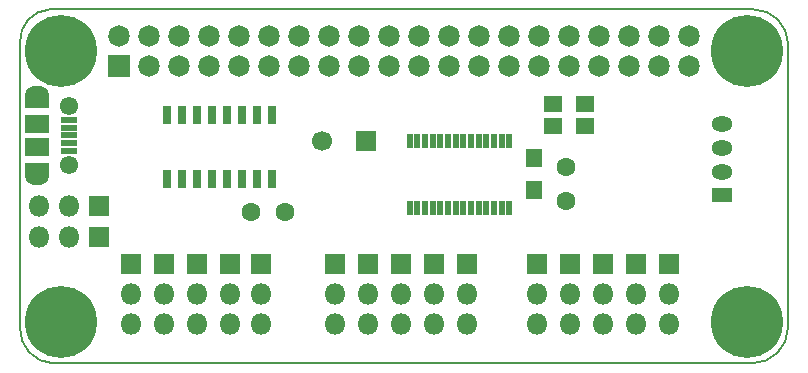
<source format=gts>
%TF.GenerationSoftware,KiCad,Pcbnew,4.0.7*%
%TF.CreationDate,2018-07-08T22:20:33+02:00*%
%TF.ProjectId,Elemental-pHAT,456C656D656E74616C2D704841542E6B,rev?*%
%TF.FileFunction,Soldermask,Top*%
%FSLAX46Y46*%
G04 Gerber Fmt 4.6, Leading zero omitted, Abs format (unit mm)*
G04 Created by KiCad (PCBNEW 4.0.7) date 07/08/18 22:20:33*
%MOMM*%
%LPD*%
G01*
G04 APERTURE LIST*
%ADD10C,0.127000*%
%ADD11C,1.600000*%
%ADD12C,6.100000*%
%ADD13C,2.850000*%
%ADD14R,1.827200X1.827200*%
%ADD15C,1.827200*%
%ADD16R,1.700000X1.700000*%
%ADD17C,1.700000*%
%ADD18R,1.600000X1.400000*%
%ADD19R,1.800000X1.800000*%
%ADD20O,1.800000X1.800000*%
%ADD21R,2.000000X1.600000*%
%ADD22C,1.550000*%
%ADD23R,1.450000X0.500000*%
%ADD24O,2.000000X1.300000*%
%ADD25R,2.000000X1.300000*%
%ADD26R,1.800000X1.300000*%
%ADD27O,1.800000X1.300000*%
%ADD28R,1.400000X1.600000*%
%ADD29R,0.700000X1.600000*%
%ADD30R,0.500000X1.200000*%
G04 APERTURE END LIST*
D10*
X111125000Y-118491000D02*
X170053000Y-118491000D01*
X110617000Y-88519000D02*
X111125000Y-88519000D01*
X110617000Y-88519000D02*
G75*
G03X108077000Y-91313000I127000J-2667000D01*
G01*
X108077000Y-115443000D02*
X108077000Y-91313000D01*
X111125000Y-118491000D02*
X110871000Y-118491000D01*
X108077000Y-115443000D02*
G75*
G03X110871000Y-118491000I2921000J-127000D01*
G01*
X170053000Y-118491000D02*
G75*
G03X173101000Y-115443000I0J3048000D01*
G01*
X173101000Y-91440000D02*
X173101000Y-115443000D01*
X173101000Y-91440000D02*
G75*
G03X170180000Y-88519000I-2921000J0D01*
G01*
X111125000Y-88519000D02*
X170180000Y-88519000D01*
D11*
X154305000Y-104775000D03*
D12*
X169589000Y-92005000D03*
X169589000Y-115005000D03*
X111589000Y-92005000D03*
D13*
X111589000Y-115005000D03*
X169589000Y-92005000D03*
X111589000Y-92005000D03*
X169589000Y-115005000D03*
D14*
X116459000Y-93275000D03*
D15*
X116459000Y-90735000D03*
X118999000Y-93275000D03*
X118999000Y-90735000D03*
X121539000Y-93275000D03*
X121539000Y-90735000D03*
X124079000Y-93275000D03*
X124079000Y-90735000D03*
X126619000Y-93275000D03*
X126619000Y-90735000D03*
X129159000Y-93275000D03*
X129159000Y-90735000D03*
X131699000Y-93275000D03*
X131699000Y-90735000D03*
X134239000Y-93275000D03*
X134239000Y-90735000D03*
X136779000Y-93275000D03*
X136779000Y-90735000D03*
X139319000Y-93275000D03*
X139319000Y-90735000D03*
X141859000Y-93275000D03*
X141859000Y-90735000D03*
X144399000Y-93275000D03*
X144399000Y-90735000D03*
X146939000Y-93275000D03*
X146939000Y-90735000D03*
X149479000Y-93275000D03*
X149479000Y-90735000D03*
X152019000Y-93275000D03*
X152019000Y-90735000D03*
X154559000Y-93275000D03*
X154559000Y-90735000D03*
X157099000Y-93275000D03*
X157099000Y-90735000D03*
X159639000Y-93275000D03*
X159639000Y-90735000D03*
X162179000Y-93275000D03*
X162179000Y-90735000D03*
X164719000Y-93275000D03*
X164719000Y-90735000D03*
D12*
X111589000Y-115005000D03*
D16*
X137414000Y-99695000D03*
D17*
X133614000Y-99695000D03*
D18*
X155909000Y-96520000D03*
X153209000Y-96520000D03*
D19*
X151892000Y-110109000D03*
D20*
X151892000Y-112649000D03*
X151892000Y-115189000D03*
D19*
X134747000Y-110109000D03*
D20*
X134747000Y-112649000D03*
X134747000Y-115189000D03*
D19*
X117475000Y-110109000D03*
D20*
X117475000Y-112649000D03*
X117475000Y-115189000D03*
D19*
X154686000Y-110109000D03*
D20*
X154686000Y-112649000D03*
X154686000Y-115189000D03*
D19*
X137541000Y-110109000D03*
D20*
X137541000Y-112649000D03*
X137541000Y-115189000D03*
D19*
X120269000Y-110109000D03*
D20*
X120269000Y-112649000D03*
X120269000Y-115189000D03*
D19*
X157480000Y-110109000D03*
D20*
X157480000Y-112649000D03*
X157480000Y-115189000D03*
D19*
X140335000Y-110109000D03*
D20*
X140335000Y-112649000D03*
X140335000Y-115189000D03*
D19*
X123063000Y-110109000D03*
D20*
X123063000Y-112649000D03*
X123063000Y-115189000D03*
D21*
X109505000Y-100187000D03*
D22*
X112205000Y-96687000D03*
D23*
X112205000Y-98537000D03*
X112205000Y-97887000D03*
X112205000Y-100487000D03*
X112205000Y-99837000D03*
X112205000Y-99187000D03*
D22*
X112205000Y-101687000D03*
D21*
X109505000Y-98187000D03*
D24*
X109505000Y-95687000D03*
X109505000Y-102687000D03*
D25*
X109505000Y-102087000D03*
X109505000Y-96287000D03*
D19*
X160274000Y-110109000D03*
D20*
X160274000Y-112649000D03*
X160274000Y-115189000D03*
D19*
X143129000Y-110109000D03*
D20*
X143129000Y-112649000D03*
X143129000Y-115189000D03*
D19*
X125857000Y-110109000D03*
D20*
X125857000Y-112649000D03*
X125857000Y-115189000D03*
D19*
X114808000Y-107823000D03*
D20*
X112268000Y-107823000D03*
X109728000Y-107823000D03*
D19*
X163068000Y-110109000D03*
D20*
X163068000Y-112649000D03*
X163068000Y-115189000D03*
D19*
X145923000Y-110109000D03*
D20*
X145923000Y-112649000D03*
X145923000Y-115189000D03*
D19*
X128524000Y-110109000D03*
D20*
X128524000Y-112649000D03*
X128524000Y-115189000D03*
D11*
X127635000Y-105664000D03*
X130556000Y-105664000D03*
D19*
X114808000Y-105156000D03*
D20*
X112268000Y-105156000D03*
X109728000Y-105156000D03*
D26*
X167513000Y-104267000D03*
D27*
X167513000Y-102267000D03*
X167513000Y-100267000D03*
X167513000Y-98267000D03*
D11*
X154305000Y-101854000D03*
D18*
X155909000Y-98425000D03*
X153209000Y-98425000D03*
D28*
X151638000Y-101139000D03*
X151638000Y-103839000D03*
D29*
X120523000Y-102903000D03*
X121793000Y-102903000D03*
X123063000Y-102903000D03*
X124333000Y-102903000D03*
X125603000Y-102903000D03*
X126873000Y-102903000D03*
X128143000Y-102903000D03*
X129413000Y-102903000D03*
X129413000Y-97503000D03*
X128143000Y-97503000D03*
X126873000Y-97503000D03*
X125603000Y-97503000D03*
X124333000Y-97503000D03*
X123063000Y-97503000D03*
X121793000Y-97503000D03*
X120523000Y-97503000D03*
D30*
X141063000Y-105339000D03*
X141713000Y-105339000D03*
X142363000Y-105339000D03*
X143013000Y-105339000D03*
X143663000Y-105339000D03*
X144313000Y-105339000D03*
X144963000Y-105339000D03*
X145613000Y-105339000D03*
X146263000Y-105339000D03*
X146913000Y-105339000D03*
X147563000Y-105339000D03*
X148213000Y-105339000D03*
X148863000Y-105339000D03*
X149513000Y-105339000D03*
X149513000Y-99639000D03*
X148863000Y-99639000D03*
X148213000Y-99639000D03*
X147563000Y-99639000D03*
X146913000Y-99639000D03*
X146263000Y-99639000D03*
X145613000Y-99639000D03*
X144963000Y-99639000D03*
X144313000Y-99639000D03*
X143663000Y-99639000D03*
X143013000Y-99639000D03*
X142363000Y-99639000D03*
X141713000Y-99639000D03*
X141063000Y-99639000D03*
M02*

</source>
